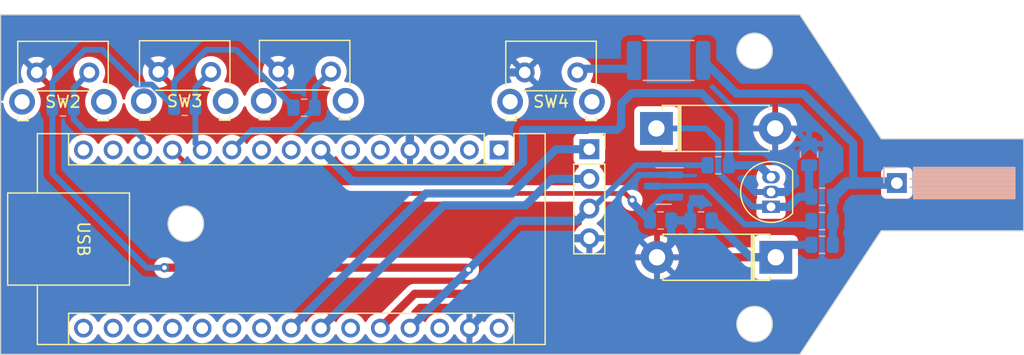
<source format=kicad_pcb>
(kicad_pcb (version 20221018) (generator pcbnew)
  (layers (0 "F.Cu" signal) (31 "B.Cu" signal) (34 "B.Paste" user) (35 "F.Paste" user) (36 "B.SilkS" user "B.Silkscreen") (37 "F.SilkS" user "F.Silkscreen") (38 "B.Mask" user) (39 "F.Mask" user) (44 "Edge.Cuts" user))
  (net 0 "")
  (net 4 "GND")
  (net 7 "MC_REF")
  (net 10 "Key1")
  (net 11 "Key3")
  (net 12 "MC_D9")
  (net 13 "Key2")
  (net 23 "DSP_SDA")
  (net 24 "DSP_SCK")
  (net 26 "MC_A7")
  (net 27 "VCC")
  (net 30 "Net-(D1-K)")
  (net 31 "Net-(Q2-D)")
  (net 32 "SHUNT")
  (net 33 "Net-(R11-Pad1)")
  (footprint "Connector_PinSocket_2.54mm:PinSocket_1x04_P2.54mm_Vertical" (layer "F.Cu") (at 138.8611 102.4897)
    (fp_text reference "J2" hide)
    (fp_text value "SSD1306 128x32" hide)
    (fp_line (start -1.33 1.27) (end -1.33 8.95) (stroke (width 0.12)) (layer "F.SilkS"))
    (fp_line (start -1.33 1.27) (end 1.33 1.27) (stroke (width 0.12)) (layer "F.SilkS"))
    (fp_line (start -1.33 8.95) (end 1.33 8.95) (stroke (width 0.12)) (layer "F.SilkS"))
    (fp_line (start 0 -1.33) (end 1.33 -1.33) (stroke (width 0.12)) (layer "F.SilkS"))
    (fp_line (start 1.33 -1.33) (end 1.33 0) (stroke (width 0.12)) (layer "F.SilkS"))
    (fp_line (start 1.33 1.27) (end 1.33 8.95) (stroke (width 0.12)) (layer "F.SilkS"))
    (pad "1" thru_hole rect (at 0 0) (size 1.7 1.7) (drill 1) (layers "*.Cu" "*.Mask") (net 23 "DSP_SDA"))
    (pad "2" thru_hole oval (at 0 2.54) (size 1.7 1.7) (drill 1) (layers "*.Cu" "*.Mask") (net 24 "DSP_SCK"))
    (pad "3" thru_hole oval (at 0 5.08) (size 1.7 1.7) (drill 1) (layers "*.Cu" "*.Mask") (net 27 "VCC"))
    (pad "4" thru_hole oval (at 0 7.62) (size 1.7 1.7) (drill 1) (layers "*.Cu" "*.Mask") (net 4 "GND"))
  )
  (footprint "Diode_THT:D_5W_P10.16mm_Horizontal" (layer "F.Cu") (at 154.8123 111.7353 180)
    (fp_text reference "D2" hide)
    (fp_text value "5V0" hide)
    (fp_line (start 0.51 -1.97) (end 9.65 -1.97) (stroke (width 0.12)) (layer "F.SilkS"))
    (fp_line (start 0.51 -1.64) (end 0.51 -1.97) (stroke (width 0.12)) (layer "F.SilkS"))
    (fp_line (start 0.51 1.64) (end 0.51 1.97) (stroke (width 0.12)) (layer "F.SilkS"))
    (fp_line (start 0.51 1.97) (end 9.65 1.97) (stroke (width 0.12)) (layer "F.SilkS"))
    (fp_line (start 1.845 -1.97) (end 1.845 1.97) (stroke (width 0.12)) (layer "F.SilkS"))
    (fp_line (start 1.965 -1.97) (end 1.965 1.97) (stroke (width 0.12)) (layer "F.SilkS"))
    (fp_line (start 2.085 -1.97) (end 2.085 1.97) (stroke (width 0.12)) (layer "F.SilkS"))
    (fp_line (start 9.65 -1.97) (end 9.65 -1.64) (stroke (width 0.12)) (layer "F.SilkS"))
    (fp_line (start 9.65 1.97) (end 9.65 1.64) (stroke (width 0.12)) (layer "F.SilkS"))
    (pad "1" thru_hole rect (at 0 0 180) (size 2.8 2.8) (drill 1.4) (layers "*.Cu" "*.Mask") (net 26 "MC_A7"))
    (pad "2" thru_hole oval (at 10.16 0 180) (size 2.8 2.8) (drill 1.4) (layers "*.Cu" "*.Mask") (net 4 "GND"))
  )
  (footprint "Diode_THT:D_5W_P10.16mm_Horizontal" (layer "F.Cu") (at 144.6015 100.7117)
    (fp_text reference "D1" hide)
    (fp_text value "36V0" hide)
    (fp_line (start 0.51 -1.97) (end 9.65 -1.97) (stroke (width 0.12)) (layer "F.SilkS"))
    (fp_line (start 0.51 -1.64) (end 0.51 -1.97) (stroke (width 0.12)) (layer "F.SilkS"))
    (fp_line (start 0.51 1.64) (end 0.51 1.97) (stroke (width 0.12)) (layer "F.SilkS"))
    (fp_line (start 0.51 1.97) (end 9.65 1.97) (stroke (width 0.12)) (layer "F.SilkS"))
    (fp_line (start 1.845 -1.97) (end 1.845 1.97) (stroke (width 0.12)) (layer "F.SilkS"))
    (fp_line (start 1.965 -1.97) (end 1.965 1.97) (stroke (width 0.12)) (layer "F.SilkS"))
    (fp_line (start 2.085 -1.97) (end 2.085 1.97) (stroke (width 0.12)) (layer "F.SilkS"))
    (fp_line (start 9.65 -1.97) (end 9.65 -1.64) (stroke (width 0.12)) (layer "F.SilkS"))
    (fp_line (start 9.65 1.97) (end 9.65 1.64) (stroke (width 0.12)) (layer "F.SilkS"))
    (pad "1" thru_hole rect (at 0 0) (size 2.8 2.8) (drill 1.4) (layers "*.Cu" "*.Mask") (net 30 "Net-(D1-K)"))
    (pad "2" thru_hole oval (at 10.16 0) (size 2.8 2.8) (drill 1.4) (layers "*.Cu" "*.Mask") (net 4 "GND"))
  )
  (footprint "Button_Switch_THT:SW_Tactile_SKHH_Angled" (layer "F.Cu") (at 133.3352 95.921)
    (fp_text reference "SW4" (at 2.25 2.5) (layer "F.SilkS"))
    (fp_text value "Push_Button" hide)
    (fp_line (start -1.62 -2.67) (end -1.62 1.18) (stroke (width 0.12)) (layer "F.SilkS"))
    (fp_line (start -1.62 3.82) (end -1.62 4.12) (stroke (width 0.12)) (layer "F.SilkS"))
    (fp_line (start -0.73 4.12) (end -1.62 4.12) (stroke (width 0.12)) (layer "F.SilkS"))
    (fp_line (start -0.73 4.12) (end -0.73 3.77) (stroke (width 0.12)) (layer "F.SilkS"))
    (fp_line (start -0.24 1.57) (end 4.74 1.57) (stroke (width 0.12)) (layer "F.SilkS"))
    (fp_line (start 5.23 4.12) (end 5.23 3.77) (stroke (width 0.12)) (layer "F.SilkS"))
    (fp_line (start 6.12 -2.67) (end -1.62 -2.67) (stroke (width 0.12)) (layer "F.SilkS"))
    (fp_line (start 6.12 1.18) (end 6.12 -2.67) (stroke (width 0.12)) (layer "F.SilkS"))
    (fp_line (start 6.12 3.82) (end 6.12 4.12) (stroke (width 0.12)) (layer "F.SilkS"))
    (fp_line (start 6.12 4.12) (end 5.23 4.12) (stroke (width 0.12)) (layer "F.SilkS"))
    (pad "" thru_hole circle (at -1.25 2.5 180) (size 2.2 2.2) (drill 1.3) (layers "*.Cu" "*.Mask"))
    (pad "" thru_hole circle (at 5.75 2.5 180) (size 2.2 2.2) (drill 1.3) (layers "*.Cu" "*.Mask"))
    (pad "1" thru_hole circle (at 0 0 180) (size 1.7 1.7) (drill 1) (layers "*.Cu" "*.Mask") (net 4 "GND"))
    (pad "2" thru_hole circle (at 4.5 0 180) (size 1.7 1.7) (drill 1) (layers "*.Cu" "*.Mask") (net 33 "Net-(R11-Pad1)"))
  )
  (footprint "Button_Switch_THT:SW_Tactile_SKHH_Angled" (layer "F.Cu") (at 112.2584 95.8488)
    (fp_text reference "SW1" hide)
    (fp_text value "Push_Button" hide)
    (fp_line (start -1.62 -2.67) (end -1.62 1.18) (stroke (width 0.12)) (layer "F.SilkS"))
    (fp_line (start -1.62 3.82) (end -1.62 4.12) (stroke (width 0.12)) (layer "F.SilkS"))
    (fp_line (start -0.73 4.12) (end -1.62 4.12) (stroke (width 0.12)) (layer "F.SilkS"))
    (fp_line (start -0.73 4.12) (end -0.73 3.77) (stroke (width 0.12)) (layer "F.SilkS"))
    (fp_line (start -0.24 1.57) (end 4.74 1.57) (stroke (width 0.12)) (layer "F.SilkS"))
    (fp_line (start 5.23 4.12) (end 5.23 3.77) (stroke (width 0.12)) (layer "F.SilkS"))
    (fp_line (start 6.12 -2.67) (end -1.62 -2.67) (stroke (width 0.12)) (layer "F.SilkS"))
    (fp_line (start 6.12 1.18) (end 6.12 -2.67) (stroke (width 0.12)) (layer "F.SilkS"))
    (fp_line (start 6.12 3.82) (end 6.12 4.12) (stroke (width 0.12)) (layer "F.SilkS"))
    (fp_line (start 6.12 4.12) (end 5.23 4.12) (stroke (width 0.12)) (layer "F.SilkS"))
    (pad "" thru_hole circle (at -1.25 2.5 180) (size 2.2 2.2) (drill 1.3) (layers "*.Cu" "*.Mask"))
    (pad "" thru_hole circle (at 5.75 2.5 180) (size 2.2 2.2) (drill 1.3) (layers "*.Cu" "*.Mask"))
    (pad "1" thru_hole circle (at 0 0 180) (size 1.7 1.7) (drill 1) (layers "*.Cu" "*.Mask") (net 4 "GND"))
    (pad "2" thru_hole circle (at 4.5 0 180) (size 1.7 1.7) (drill 1) (layers "*.Cu" "*.Mask") (net 10 "Key1"))
  )
  (footprint "Package_TO_SOT_THT:TO-92_Inline" (layer "F.Cu") (at 154.4059 107.4173 90)
    (fp_text reference "U2" hide)
    (fp_text value "TL431LP" hide)
    (fp_line (start -0.53 1.85) (end 3.07 1.85) (stroke (width 0.12)) (layer "F.SilkS"))
    (fp_arc (start -0.568478 1.838478) (mid -1.132087 -0.994977) (end 1.27 -2.6) (stroke (width 0.12)) (layer "F.SilkS"))
    (fp_arc (start 1.27 -2.6) (mid 3.672087 -0.994977) (end 3.108478 1.838478) (stroke (width 0.12)) (layer "F.SilkS"))
    (pad "1" thru_hole rect (at 0 0 90) (size 1.05 1.5) (drill 0.75) (layers "*.Cu" "*.Mask") (net 30 "Net-(D1-K)"))
    (pad "2" thru_hole oval (at 1.27 0 90) (size 1.05 1.5) (drill 0.75) (layers "*.Cu" "*.Mask") (net 4 "GND"))
    (pad "3" thru_hole oval (at 2.54 0 90) (size 1.05 1.5) (drill 0.75) (layers "*.Cu" "*.Mask") (net 7 "MC_REF"))
  )
  (footprint "Button_Switch_THT:SW_Tactile_SKHH_Angled" (layer "F.Cu") (at 91.5828 95.929)
    (fp_text reference "SW2" (at 2.25 2.5) (layer "F.SilkS"))
    (fp_text value "Push_Button" hide)
    (fp_line (start -1.62 -2.67) (end -1.62 1.18) (stroke (width 0.12)) (layer "F.SilkS"))
    (fp_line (start -1.62 3.82) (end -1.62 4.12) (stroke (width 0.12)) (layer "F.SilkS"))
    (fp_line (start -0.73 4.12) (end -1.62 4.12) (stroke (width 0.12)) (layer "F.SilkS"))
    (fp_line (start -0.73 4.12) (end -0.73 3.77) (stroke (width 0.12)) (layer "F.SilkS"))
    (fp_line (start -0.24 1.57) (end 4.74 1.57) (stroke (width 0.12)) (layer "F.SilkS"))
    (fp_line (start 5.23 4.12) (end 5.23 3.77) (stroke (width 0.12)) (layer "F.SilkS"))
    (fp_line (start 6.12 -2.67) (end -1.62 -2.67) (stroke (width 0.12)) (layer "F.SilkS"))
    (fp_line (start 6.12 1.18) (end 6.12 -2.67) (stroke (width 0.12)) (layer "F.SilkS"))
    (fp_line (start 6.12 3.82) (end 6.12 4.12) (stroke (width 0.12)) (layer "F.SilkS"))
    (fp_line (start 6.12 4.12) (end 5.23 4.12) (stroke (width 0.12)) (layer "F.SilkS"))
    (pad "" thru_hole circle (at -1.25 2.5 180) (size 2.2 2.2) (drill 1.3) (layers "*.Cu" "*.Mask"))
    (pad "" thru_hole circle (at 5.75 2.5 180) (size 2.2 2.2) (drill 1.3) (layers "*.Cu" "*.Mask"))
    (pad "1" thru_hole circle (at 0 0 180) (size 1.7 1.7) (drill 1) (layers "*.Cu" "*.Mask") (net 4 "GND"))
    (pad "2" thru_hole circle (at 4.5 0 180) (size 1.7 1.7) (drill 1) (layers "*.Cu" "*.Mask") (net 13 "Key2"))
  )
  (footprint "Module:Arduino_Nano" (layer "F.Cu") (at 131.1406 102.5552 -90)
    (fp_text reference "A1" hide)
    (fp_text value "Arduino_Nano_Every")
    (fp_text user "USB" (at 7.62 35.56 -90 unlocked) (layer "F.SilkS"))
    (fp_line (start -1.4 -3.94) (end -1.4 -1.27) (stroke (width 0.12)) (layer "F.SilkS"))
    (fp_line (start -1.4 1.27) (end -1.4 39.5) (stroke (width 0.12)) (layer "F.SilkS"))
    (fp_line (start -1.4 39.5) (end 3.68 39.5) (stroke (width 0.12)) (layer "F.SilkS"))
    (fp_line (start 1.27 -1.27) (end -1.4 -1.27) (stroke (width 0.12)) (layer "F.SilkS"))
    (fp_line (start 1.27 1.27) (end -1.4 1.27) (stroke (width 0.12)) (layer "F.SilkS"))
    (fp_line (start 1.27 1.27) (end 1.27 -1.27) (stroke (width 0.12)) (layer "F.SilkS"))
    (fp_line (start 1.27 1.27) (end 1.27 36.83) (stroke (width 0.12)) (layer "F.SilkS"))
    (fp_line (start 1.27 36.83) (end -1.4 36.83) (stroke (width 0.12)) (layer "F.SilkS"))
    (fp_line (start 3.68 31.62) (end 11.56 31.62) (stroke (width 0.12)) (layer "F.SilkS"))
    (fp_line (start 3.68 42.04) (end 3.68 31.62) (stroke (width 0.12)) (layer "F.SilkS"))
    (fp_line (start 11.56 31.62) (end 11.56 42.04) (stroke (width 0.12)) (layer "F.SilkS"))
    (fp_line (start 11.56 42.04) (end 3.68 42.04) (stroke (width 0.12)) (layer "F.SilkS"))
    (fp_line (start 13.97 -1.27) (end 13.97 36.83) (stroke (width 0.12)) (layer "F.SilkS"))
    (fp_line (start 13.97 -1.27) (end 16.64 -1.27) (stroke (width 0.12)) (layer "F.SilkS"))
    (fp_line (start 13.97 36.83) (end 16.64 36.83) (stroke (width 0.12)) (layer "F.SilkS"))
    (fp_line (start 16.64 -3.94) (end -1.4 -3.94) (stroke (width 0.12)) (layer "F.SilkS"))
    (fp_line (start 16.64 39.5) (end 11.56 39.5) (stroke (width 0.12)) (layer "F.SilkS"))
    (fp_line (start 16.64 39.5) (end 16.64 -3.94) (stroke (width 0.12)) (layer "F.SilkS"))
    (pad "1" thru_hole rect (at 0 0 270) (size 1.6 1.6) (drill 1) (layers "*.Cu" "*.Mask"))
    (pad "2" thru_hole oval (at 0 2.54 270) (size 1.6 1.6) (drill 1) (layers "*.Cu" "*.Mask"))
    (pad "3" thru_hole oval (at 0 5.08 270) (size 1.6 1.6) (drill 1) (layers "*.Cu" "*.Mask"))
    (pad "4" thru_hole oval (at 0 7.62 270) (size 1.6 1.6) (drill 1) (layers "*.Cu" "*.Mask") (net 4 "GND"))
    (pad "5" thru_hole oval (at 0 10.16 270) (size 1.6 1.6) (drill 1) (layers "*.Cu" "*.Mask"))
    (pad "6" thru_hole oval (at 0 12.7 270) (size 1.6 1.6) (drill 1) (layers "*.Cu" "*.Mask"))
    (pad "7" thru_hole oval (at 0 15.24 270) (size 1.6 1.6) (drill 1) (layers "*.Cu" "*.Mask") (net 7 "MC_REF"))
    (pad "8" thru_hole oval (at 0 17.78 270) (size 1.6 1.6) (drill 1) (layers "*.Cu" "*.Mask"))
    (pad "9" thru_hole oval (at 0 20.32 270) (size 1.6 1.6) (drill 1) (layers "*.Cu" "*.Mask"))
    (pad "10" thru_hole oval (at 0 22.86 270) (size 1.6 1.6) (drill 1) (layers "*.Cu" "*.Mask") (net 10 "Key1"))
    (pad "11" thru_hole oval (at 0 25.4 270) (size 1.6 1.6) (drill 1) (layers "*.Cu" "*.Mask") (net 11 "Key3"))
    (pad "12" thru_hole oval (at 0 27.94 270) (size 1.6 1.6) (drill 1) (layers "*.Cu" "*.Mask") (net 12 "MC_D9"))
    (pad "13" thru_hole oval (at 0 30.48 270) (size 1.6 1.6) (drill 1) (layers "*.Cu" "*.Mask") (net 13 "Key2"))
    (pad "14" thru_hole oval (at 0 33.02 270) (size 1.6 1.6) (drill 1) (layers "*.Cu" "*.Mask"))
    (pad "15" thru_hole oval (at 0 35.56 270) (size 1.6 1.6) (drill 1) (layers "*.Cu" "*.Mask"))
    (pad "16" thru_hole oval (at 15.24 35.56 270) (size 1.6 1.6) (drill 1) (layers "*.Cu" "*.Mask"))
    (pad "17" thru_hole oval (at 15.24 33.02 270) (size 1.6 1.6) (drill 1) (layers "*.Cu" "*.Mask"))
    (pad "18" thru_hole oval (at 15.24 30.48 270) (size 1.6 1.6) (drill 1) (layers "*.Cu" "*.Mask"))
    (pad "19" thru_hole oval (at 15.24 27.94 270) (size 1.6 1.6) (drill 1) (layers "*.Cu" "*.Mask"))
    (pad "20" thru_hole oval (at 15.24 25.4 270) (size 1.6 1.6) (drill 1) (layers "*.Cu" "*.Mask"))
    (pad "21" thru_hole oval (at 15.24 22.86 270) (size 1.6 1.6) (drill 1) (layers "*.Cu" "*.Mask"))
    (pad "22" thru_hole oval (at 15.24 20.32 270) (size 1.6 1.6) (drill 1) (layers "*.Cu" "*.Mask"))
    (pad "23" thru_hole oval (at 15.24 17.78 270) (size 1.6 1.6) (drill 1) (layers "*.Cu" "*.Mask") (net 23 "DSP_SDA"))
    (pad "24" thru_hole oval (at 15.24 15.24 270) (size 1.6 1.6) (drill 1) (layers "*.Cu" "*.Mask") (net 24 "DSP_SCK"))
    (pad "25" thru_hole oval (at 15.24 12.7 270) (size 1.6 1.6) (drill 1) (layers "*.Cu" "*.Mask"))
    (pad "26" thru_hole oval (at 15.24 10.16 270) (size 1.6 1.6) (drill 1) (layers "*.Cu" "*.Mask") (net 26 "MC_A7"))
    (pad "27" thru_hole oval (at 15.24 7.62 270) (size 1.6 1.6) (drill 1) (layers "*.Cu" "*.Mask") (net 27 "VCC"))
    (pad "28" thru_hole oval (at 15.24 5.08 270) (size 1.6 1.6) (drill 1) (layers "*.Cu" "*.Mask"))
    (pad "29" thru_hole oval (at 15.24 2.54 270) (size 1.6 1.6) (drill 1) (layers "*.Cu" "*.Mask") (net 4 "GND"))
    (pad "30" thru_hole oval (at 15.24 0 270) (size 1.6 1.6) (drill 1) (layers "*.Cu" "*.Mask"))
  )
  (footprint "Button_Switch_THT:SW_Tactile_SKHH_Angled" (layer "F.Cu") (at 101.9968 95.8782)
    (fp_text reference "SW3" (at 2.25 2.5) (layer "F.SilkS"))
    (fp_text value "Push_Button" hide)
    (fp_line (start -1.62 -2.67) (end -1.62 1.18) (stroke (width 0.12)) (layer "F.SilkS"))
    (fp_line (start -1.62 3.82) (end -1.62 4.12) (stroke (width 0.12)) (layer "F.SilkS"))
    (fp_line (start -0.73 4.12) (end -1.62 4.12) (stroke (width 0.12)) (layer "F.SilkS"))
    (fp_line (start -0.73 4.12) (end -0.73 3.77) (stroke (width 0.12)) (layer "F.SilkS"))
    (fp_line (start -0.24 1.57) (end 4.74 1.57) (stroke (width 0.12)) (layer "F.SilkS"))
    (fp_line (start 5.23 4.12) (end 5.23 3.77) (stroke (width 0.12)) (layer "F.SilkS"))
    (fp_line (start 6.12 -2.67) (end -1.62 -2.67) (stroke (width 0.12)) (layer "F.SilkS"))
    (fp_line (start 6.12 1.18) (end 6.12 -2.67) (stroke (width 0.12)) (layer "F.SilkS"))
    (fp_line (start 6.12 3.82) (end 6.12 4.12) (stroke (width 0.12)) (layer "F.SilkS"))
    (fp_line (start 6.12 4.12) (end 5.23 4.12) (stroke (width 0.12)) (layer "F.SilkS"))
    (pad "" thru_hole circle (at -1.25 2.5 180) (size 2.2 2.2) (drill 1.3) (layers "*.Cu" "*.Mask"))
    (pad "" thru_hole circle (at 5.75 2.5 180) (size 2.2 2.2) (drill 1.3) (layers "*.Cu" "*.Mask"))
    (pad "1" thru_hole circle (at 0 0 180) (size 1.7 1.7) (drill 1) (layers "*.Cu" "*.Mask") (net 4 "GND"))
    (pad "2" thru_hole circle (at 4.5 0 180) (size 1.7 1.7) (drill 1) (layers "*.Cu" "*.Mask") (net 11 "Key3"))
  )
  (footprint "Package_TO_SOT_SMD:SOT-23" (layer "B.Cu") (at 145.2111 105.6393 180)
    (fp_text reference "Q2" hide)
    (fp_text value "2N7000" hide)
    (fp_line (start 0 -1.56) (end -0.65 -1.56) (stroke (width 0.12)) (layer "B.SilkS"))
    (fp_line (start 0 -1.56) (end 0.65 -1.56) (stroke (width 0.12)) (layer "B.SilkS"))
    (fp_line (start 0 1.56) (end -1.675 1.56) (stroke (width 0.12)) (layer "B.SilkS"))
    (fp_line (start 0 1.56) (end 0.65 1.56) (stroke (width 0.12)) (layer "B.SilkS"))
    (pad "1" smd roundrect (at -0.9375 0.95 180) (size 1.475 0.6) (layers "B.Cu" "B.Paste" "B.Mask") (net 4 "GND"))
    (pad "2" smd roundrect (at -0.9375 -0.95 180) (size 1.475 0.6) (layers "B.Cu" "B.Paste" "B.Mask") (net 12 "MC_D9"))
    (pad "3" smd roundrect (at 0.9375 0 180) (size 1.475 0.6) (layers "B.Cu" "B.Paste" "B.Mask") (net 31 "Net-(Q2-D)"))
  )
  (footprint "Connector_PinSocket_2.54mm:PinSocket_1x01_P2.54mm_Horizontal" (layer "B.Cu") (at 165.1704 105.385 180)
    (fp_text reference "J1" hide)
    (fp_text value "Conn_01x01_Pin" hide)
    (fp_line (start -10.09 -1.33) (end -1.46 -1.33) (stroke (width 0.12)) (layer "B.SilkS"))
    (fp_line (start -10.09 -1.214555) (end -1.46 -1.214555) (stroke (width 0.12)) (layer "B.SilkS"))
    (fp_line (start -10.09 -1.0991) (end -1.46 -1.0991) (stroke (width 0.12)) (layer "B.SilkS"))
    (fp_line (start -10.09 -0.983645) (end -1.46 -0.983645) (stroke (width 0.12)) (layer "B.SilkS"))
    (fp_line (start -10.09 -0.86819) (end -1.46 -0.86819) (stroke (width 0.12)) (layer "B.SilkS"))
    (fp_line (start -10.09 -0.752735) (end -1.46 -0.752735) (stroke (width 0.12)) (layer "B.SilkS"))
    (fp_line (start -10.09 -0.63728) (end -1.46 -0.63728) (stroke (width 0.12)) (layer "B.SilkS"))
    (fp_line (start -10.09 -0.521825) (end -1.46 -0.521825) (stroke (width 0.12)) (layer "B.SilkS"))
    (fp_line (start -10.09 -0.40637) (end -1.46 -0.40637) (stroke (width 0.12)) (layer "B.SilkS"))
    (fp_line (start -10.09 -0.290915) (end -1.46 -0.290915) (stroke (width 0.12)) (layer "B.SilkS"))
    (fp_line (start -10.09 -0.17546) (end -1.46 -0.17546) (stroke (width 0.12)) (layer "B.SilkS"))
    (fp_line (start -10.09 -0.060005) (end -1.46 -0.060005) (stroke (width 0.12)) (layer "B.SilkS"))
    (fp_line (start -10.09 0.05545) (end -1.46 0.05545) (stroke (width 0.12)) (layer "B.SilkS"))
    (fp_line (start -10.09 0.170905) (end -1.46 0.170905) (stroke (width 0.12)) (layer "B.SilkS"))
    (fp_line (start -10.09 0.28636) (end -1.46 0.28636) (stroke (width 0.12)) (layer "B.SilkS"))
    (fp_line (start -10.09 0.401815) (end -1.46 0.401815) (stroke (width 0.12)) (layer "B.SilkS"))
    (fp_line (start -10.09 0.51727) (end -1.46 0.51727) (stroke (width 0.12)) (layer "B.SilkS"))
    (fp_line (start -10.09 0.632725) (end -1.46 0.632725) (stroke (width 0.12)) (layer "B.SilkS"))
    (fp_line (start -10.09 0.74818) (end -1.46 0.74818) (stroke (width 0.12)) (layer "B.SilkS"))
    (fp_line (start -10.09 0.863635) (end -1.46 0.863635) (stroke (width 0.12)) (layer "B.SilkS"))
    (fp_line (start -10.09 0.97909) (end -1.46 0.97909) (stroke (width 0.12)) (layer "B.SilkS"))
    (fp_line (start -10.09 1.094545) (end -1.46 1.094545) (stroke (width 0.12)) (layer "B.SilkS"))
    (fp_line (start -10.09 1.21) (end -1.46 1.21) (stroke (width 0.12)) (layer "B.SilkS"))
    (fp_line (start -10.09 1.33) (end -10.09 -1.33) (stroke (width 0.12)) (layer "B.SilkS"))
    (fp_line (start -10.09 1.33) (end -1.46 1.33) (stroke (width 0.12)) (layer "B.SilkS"))
    (fp_line (start -1.46 -0.36) (end -1.11 -0.36) (stroke (width 0.12)) (layer "B.SilkS"))
    (fp_line (start -1.46 0.36) (end -1.11 0.36) (stroke (width 0.12)) (layer "B.SilkS"))
    (fp_line (start -1.46 1.33) (end -1.46 -1.33) (stroke (width 0.12)) (layer "B.SilkS"))
    (fp_line (start 0 1.33) (end 1.11 1.33) (stroke (width 0.12)) (layer "B.SilkS"))
    (fp_line (start 1.11 1.33) (end 1.11 0) (stroke (width 0.12)) (layer "B.SilkS"))
    (pad "1" thru_hole rect (at 0 0 180) (size 1.7 1.7) (drill 1) (layers "*.Cu" "*.Mask") (net 32 "SHUNT"))
  )
  (footprint "Resistor_SMD:R_2512_6332Metric" (layer "B.Cu") (at 145.6436 94.8944)
    (fp_text reference "R11" hide)
    (fp_text value "100")
    (fp_line (start -2.177064 -1.71) (end 2.177064 -1.71) (stroke (width 0.12)) (layer "B.SilkS"))
    (fp_line (start -2.177064 1.71) (end 2.177064 1.71) (stroke (width 0.12)) (layer "B.SilkS"))
    (pad "1" smd roundrect (at -2.9625 0) (size 1.225 3.35) (layers "B.Cu" "B.Paste" "B.Mask") (roundrect_rratio 0.204082) (net 33 "Net-(R11-Pad1)"))
    (pad "2" smd roundrect (at 2.9625 0) (size 1.225 3.35) (layers "B.Cu" "B.Paste" "B.Mask") (roundrect_rratio 0.204082) (net 32 "SHUNT"))
  )
  (footprint "Resistor_SMD:R_0805_2012Metric" (layer "B.Cu") (at 148.4134 108.5857)
    (fp_text reference "R5" hide)
    (fp_text value "10K" hide)
    (fp_line (start -0.227064 -0.735) (end 0.227064 -0.735) (stroke (width 0.12)) (layer "B.SilkS"))
    (fp_line (start -0.227064 0.735) (end 0.227064 0.735) (stroke (width 0.12)) (layer "B.SilkS"))
    (pad "1" smd roundrect (at -0.9125 0) (size 1.025 1.4) (layers "B.Cu" "B.Paste" "B.Mask") (roundrect_rratio 0.243902) (net 4 "GND"))
    (pad "2" smd roundrect (at 0.9125 0) (size 1.025 1.4) (layers "B.Cu" "B.Paste" "B.Mask") (roundrect_rratio 0.243902) (net 26 "MC_A7"))
  )
  (footprint "Resistor_SMD:R_0805_2012Metric" (layer "B.Cu") (at 158.7766 110.6685)
    (fp_text reference "R6" hide)
    (fp_text value "100K" hide)
    (fp_line (start -0.227064 -0.735) (end 0.227064 -0.735) (stroke (width 0.12)) (layer "B.SilkS"))
    (fp_line (start -0.227064 0.735) (end 0.227064 0.735) (stroke (width 0.12)) (layer "B.SilkS"))
    (pad "1" smd roundrect (at -0.9125 0) (size 1.025 1.4) (layers "B.Cu" "B.Paste" "B.Mask") (roundrect_rratio 0.243902) (net 26 "MC_A7"))
    (pad "2" smd roundrect (at 0.9125 0) (size 1.025 1.4) (layers "B.Cu" "B.Paste" "B.Mask") (roundrect_rratio 0.243902) (net 32 "SHUNT"))
  )
  (footprint "Resistor_SMD:R_0805_2012Metric" (layer "B.Cu") (at 158.7766 108.6365)
    (fp_text reference "R1" hide)
    (fp_text value "100" hide)
    (fp_line (start -0.227064 -0.735) (end 0.227064 -0.735) (stroke (width 0.12)) (layer "B.SilkS"))
    (fp_line (start -0.227064 0.735) (end 0.227064 0.735) (stroke (width 0.12)) (layer "B.SilkS"))
    (pad "1" smd roundrect (at -0.9125 0) (size 1.025 1.4) (layers "B.Cu" "B.Paste" "B.Mask") (roundrect_rratio 0.243902) (net 31 "Net-(Q2-D)"))
    (pad "2" smd roundrect (at 0.9125 0) (size 1.025 1.4) (layers "B.Cu" "B.Paste" "B.Mask") (roundrect_rratio 0.243902) (net 32 "SHUNT"))
  )
  (footprint "Resistor_SMD:R_0805_2012Metric" (layer "B.Cu") (at 158.7766 106.5537)
    (fp_text reference "R2" hide)
    (fp_text value "5k" hide)
    (fp_line (start -0.227064 -0.735) (end 0.227064 -0.735) (stroke (width 0.12)) (layer "B.SilkS"))
    (fp_line (start -0.227064 0.735) (end 0.227064 0.735) (stroke (width 0.12)) (layer "B.SilkS"))
    (pad "1" smd roundrect (at -0.9125 0) (size 1.025 1.4) (layers "B.Cu" "B.Paste" "B.Mask") (roundrect_rratio 0.243902) (net 30 "Net-(D1-K)"))
    (pad "2" smd roundrect (at 0.9125 0) (size 1.025 1.4) (layers "B.Cu" "B.Paste" "B.Mask") (roundrect_rratio 0.243902) (net 32 "SHUNT"))
  )
  (footprint "Resistor_SMD:R_0805_2012Metric" (layer "B.Cu") (at 93.8347 98.9156)
    (fp_text reference "R9" hide)
    (fp_text value "10K" hide)
    (fp_line (start -0.227064 -0.735) (end 0.227064 -0.735) (stroke (width 0.12)) (layer "B.SilkS"))
    (fp_line (start -0.227064 0.735) (end 0.227064 0.735) (stroke (width 0.12)) (layer "B.SilkS"))
    (pad "1" smd roundrect (at -0.9125 0) (size 1.025 1.4) (layers "B.Cu" "B.Paste" "B.Mask") (roundrect_rratio 0.243902) (net 27 "VCC"))
    (pad "2" smd roundrect (at 0.9125 0) (size 1.025 1.4) (layers "B.Cu" "B.Paste" "B.Mask") (roundrect_rratio 0.243902) (net 13 "Key2"))
  )
  (footprint "Resistor_SMD:R_0805_2012Metric" (layer "B.Cu") (at 149.8866 103.8613)
    (fp_text reference "R7" hide)
    (fp_text value "10K" hide)
    (fp_line (start -0.227064 -0.735) (end 0.227064 -0.735) (stroke (width 0.12)) (layer "B.SilkS"))
    (fp_line (start -0.227064 0.735) (end 0.227064 0.735) (stroke (width 0.12)) (layer "B.SilkS"))
    (pad "1" smd roundrect (at -0.9125 0) (size 1.025 1.4) (layers "B.Cu" "B.Paste" "B.Mask") (roundrect_rratio 0.243902) (net 27 "VCC"))
    (pad "2" smd roundrect (at 0.9125 0) (size 1.025 1.4) (layers "B.Cu" "B.Paste" "B.Mask") (roundrect_rratio 0.243902) (net 7 "MC_REF"))
  )
  (footprint "Resistor_SMD:R_0805_2012Metric" (layer "B.Cu") (at 114.4576 98.937)
    (fp_text reference "R8" hide)
    (fp_text value "10K" hide)
    (fp_line (start -0.227064 -0.735) (end 0.227064 -0.735) (stroke (width 0.12)) (layer "B.SilkS"))
    (fp_line (start -0.227064 0.735) (end 0.227064 0.735) (stroke (width 0.12)) (layer "B.SilkS"))
    (pad "1" smd roundrect (at -0.9125 0) (size 1.025 1.4) (layers "B.Cu" "B.Paste" "B.Mask") (roundrect_rratio 0.243902) (net 27 "VCC"))
    (pad "2" smd roundrect (at 0.9125 0) (size 1.025 1.4) (layers "B.Cu" "B.Paste" "B.Mask") (roundrect_rratio 0.243902) (net 10 "Key1"))
  )
  (footprint "Resistor_SMD:R_0805_2012Metric" (layer "B.Cu") (at 157.6571 102.945 -90)
    (fp_text reference "R3" hide)
    (fp_text value "100K" hide)
    (fp_line (start -0.227064 -0.735) (end 0.227064 -0.735) (stroke (width 0.12)) (layer "B.SilkS"))
    (fp_line (start -0.227064 0.735) (end 0.227064 0.735) (stroke (width 0.12)) (layer "B.SilkS"))
    (pad "1" smd roundrect (at -0.9125 0 270) (size 1.025 1.4) (layers "B.Cu" "B.Paste" "B.Mask") (roundrect_rratio 0.243902) (net 4 "GND"))
    (pad "2" smd roundrect (at 0.9125 0 270) (size 1.025 1.4) (layers "B.Cu" "B.Paste" "B.Mask") (roundrect_rratio 0.243902) (net 30 "Net-(D1-K)"))
  )
  (footprint "Resistor_SMD:R_0805_2012Metric" (layer "B.Cu") (at 104.2487 98.8648)
    (fp_text reference "R10" hide)
    (fp_text value "10K" hide)
    (fp_line (start -0.227064 -0.735) (end 0.227064 -0.735) (stroke (width 0.12)) (layer "B.SilkS"))
    (fp_line (start -0.227064 0.735) (end 0.227064 0.735) (stroke (width 0.12)) (layer "B.SilkS"))
    (pad "1" smd roundrect (at -0.9125 0) (size 1.025 1.4) (layers "B.Cu" "B.Paste" "B.Mask") (roundrect_rratio 0.243902) (net 27 "VCC"))
    (pad "2" smd roundrect (at 0.9125 0) (size 1.025 1.4) (layers "B.Cu" "B.Paste" "B.Mask") (roundrect_rratio 0.243902) (net 11 "Key3"))
  )
  (footprint "Resistor_SMD:R_0805_2012Metric" (layer "B.Cu") (at 144.959 108.5857)
    (fp_text reference "R4" hide)
    (fp_text value "50K" hide)
    (fp_line (start -0.227064 -0.735) (end 0.227064 -0.735) (stroke (width 0.12)) (layer "B.SilkS"))
    (fp_line (start -0.227064 0.735) (end 0.227064 0.735) (stroke (width 0.12)) (layer "B.SilkS"))
    (pad "1" smd roundrect (at -0.9125 0) (size 1.025 1.4) (layers "B.Cu" "B.Paste" "B.Mask") (roundrect_rratio 0.243902) (net 12 "MC_D9"))
    (pad "2" smd roundrect (at 0.9125 0) (size 1.025 1.4) (layers "B.Cu" "B.Paste" "B.Mask") (roundrect_rratio 0.243902) (net 4 "GND"))
  )
  (gr_circle (center 153 94.0816) (end 154.522306 94.0816) (stroke (width 0.1)) (fill none) (layer "Edge.Cuts"))
  (gr_circle (center 104.3432 108.8644) (end 105.7148 109.5248) (stroke (width 0.1)) (fill none) (layer "Edge.Cuts"))
  (gr_line (start 156.8704 120.0404) (end 88.4936 120.0404) (stroke (width 0.1)) (layer "Edge.Cuts"))
  (gr_line (start 176.022 101.6) (end 163.83 101.6) (stroke (width 0.1)) (layer "Edge.Cuts"))
  (gr_line (start 88.4936 120.0404) (end 88.4936 91.0336) (stroke (width 0.1)) (layer "Edge.Cuts"))
  (gr_line (start 163.83 101.6) (end 156.8704 90.9828) (stroke (width 0.1)) (layer "Edge.Cuts"))
  (gr_line (start 88.4936 90.9828) (end 156.8704 90.9828) (stroke (width 0.1)) (layer "Edge.Cuts"))
  (gr_line (start 156.8704 120.0404) (end 163.83 109.474) (stroke (width 0.1)) (layer "Edge.Cuts"))
  (gr_circle (center 153 117.4496) (end 154.522306 117.4496) (stroke (width 0.1)) (fill none) (layer "Edge.Cuts"))
  (gr_line (start 176.022 109.474) (end 176.022 101.6) (stroke (width 0.1)) (layer "Edge.Cuts"))
  (gr_line (start 163.83 109.474) (end 176.022 109.474) (stroke (width 0.1)) (layer "Edge.Cuts"))
  (segment (start 123.5206 102.5552) (end 123.5206 98.6278) (width 0.7) (layer "B.Cu") (net 4))
  (segment (start 156.2855 103.4041) (end 156.2855 105.5377) (width 0.7) (layer "B.Cu") (net 4))
  (segment (start 145.8715 110.5161) (end 145.8715 108.5857) (width 0.7) (layer "B.Cu") (net 4))
  (segment (start 144.6523 111.7353) (end 141.3503 108.4333) (width 0.5) (layer "B.Cu") (net 4))
  (segment (start 156.2855 105.5377) (end 155.6759 106.1473) (width 0.7) (layer "B.Cu") (net 4))
  (segment (start 157.6571 102.0325) (end 156.2855 103.4041) (width 0.7) (layer "B.Cu") (net 4))
  (segment (start 157.4539 114.1737) (end 147.0907 114.1737) (width 0.5) (layer "B.Cu") (net 4))
  (segment (start 123.5206 98.6278) (end 126.2274 95.921) (width 0.7) (layer "B.Cu") (net 4))
  (segment (start 136.2861 110.1097) (end 138.8611 110.1097) (width 0.7) (layer "B.Cu") (net 4))
  (segment (start 145.8715 108.5857) (end 147.5009 108.5857) (width 0.7) (layer "B.Cu") (net 4))
  (segment (start 144.6523 111.7353) (end 145.8715 110.5161) (width 0.7) (layer "B.Cu") (net 4))
  (segment (start 158.75 103.1254) (end 158.75 112.8776) (width 0.5) (layer "B.Cu") (net 4))
  (segment (start 138.8611 110.1097) (end 143.0267 110.1097) (width 0.5) (layer "B.Cu") (net 4))
  (segment (start 94.8526 92.6592) (end 98.7778 92.6592) (width 0.7) (layer "B.Cu") (net 4))
  (segment (start 123.4948 102.5294) (end 123.5206 102.5552) (width 0.7) (layer "B.Cu") (net 4))
  (segment (start 105.1142 92.7608) (end 109.1704 92.7608) (width 0.7) (layer "B.Cu") (net 4))
  (segment (start 113.924 94.1832) (end 119.0752 94.1832) (width 0.7) (layer "B.Cu") (net 4))
  (segment (start 156.3363 100.7117) (end 158.75 103.1254) (width 0.5) (layer "B.Cu") (net 4))
  (segment (start 158.75 112.8776) (end 157.4539 114.1737) (width 0.5) (layer "B.Cu") (net 4))
  (segment (start 112.2584 95.8488) (end 113.924 94.1832) (width 0.7) (layer "B.Cu") (net 4))
  (segment (start 109.1704 92.7608) (end 112.2584 95.8488) (width 0.7) (layer "B.Cu") (net 4))
  (segment (start 155.6759 106.1473) (end 154.4059 106.1473) (width 0.7) (layer "B.Cu") (net 4))
  (segment (start 101.9968 95.8782) (end 105.1142 92.7608) (width 0.7) (layer "B.Cu") (net 4))
  (segment (start 143.0623 104.6893) (end 146.1486 104.6893) (width 0.5) (layer "B.Cu") (net 4))
  (segment (start 123.4948 98.6028) (end 123.4948 102.5294) (width 0.7) (layer "B.Cu") (net 4))
  (segment (start 119.0752 94.1832) (end 123.4948 98.6028) (width 0.7) (layer "B.Cu") (net 4))
  (segment (start 91.5828 95.929) (end 94.8526 92.6592) (width 0.7) (layer "B.Cu") (net 4))
  (segment (start 126.2274 95.921) (end 133.3352 95.921) (width 0.7) (layer "B.Cu") (net 4))
  (segment (start 98.7778 92.6592) (end 101.9968 95.8782) (width 0.7) (layer "B.Cu") (net 4))
  (segment (start 154.7615 100.7117) (end 156.3363 100.7117) (width 0.5) (layer "B.Cu") (net 4))
  (segment (start 141.3503 108.4333) (end 141.3503 106.4013) (width 0.5) (layer "B.Cu") (net 4))
  (segment (start 141.3503 106.4013) (end 143.0623 104.6893) (width 0.5) (layer "B.Cu") (net 4))
  (segment (start 147.0907 114.1737) (end 144.6523 111.7353) (width 0.5) (layer "B.Cu") (net 4))
  (segment (start 128.6006 117.7952) (end 136.2861 110.1097) (width 0.7) (layer "B.Cu") (net 4))
  (segment (start 115.9006 102.5552) (end 118.5522 105.2068) (width 0.7) (layer "B.Cu") (net 7))
  (segment (start 133.1976 100.838) (end 141.224 100.838) (width 0.7) (layer "B.Cu") (net 7))
  (segment (start 148.4376 97.6884) (end 150.7991 100.0499) (width 0.7) (layer "B.Cu") (net 7))
  (segment (start 133.1976 103.5812) (end 133.1976 100.838) (width 0.7) (layer "B.Cu") (net 7))
  (segment (start 150.7991 100.0499) (end 150.7991 103.8613) (width 0.7) (layer "B.Cu") (net 7))
  (segment (start 118.5522 105.2068) (end 131.572 105.2068) (width 0.7) (layer "B.Cu") (net 7))
  (segment (start 141.5796 100.4824) (end 141.5796 98.6028) (width 0.7) (layer "B.Cu") (net 7))
  (segment (start 141.5796 98.6028) (end 142.494 97.6884) (width 0.7) (layer "B.Cu") (net 7))
  (segment (start 142.494 97.6884) (end 148.4376 97.6884) (width 0.7) (layer "B.Cu") (net 7))
  (segment (start 131.572 105.2068) (end 133.1976 103.5812) (width 0.7) (layer "B.Cu") (net 7))
  (segment (start 150.7991 103.8613) (end 153.3899 103.8613) (width 0.7) (layer "B.Cu") (net 7))
  (segment (start 141.224 100.838) (end 141.5796 100.4824) (width 0.7) (layer "B.Cu") (net 7))
  (segment (start 153.3899 103.8613) (end 154.4059 104.8773) (width 0.7) (layer "B.Cu") (net 7))
  (segment (start 115.3701 97.2371) (end 115.3701 98.937) (width 0.5) (layer "B.Cu") (net 10))
  (segment (start 109.9978 100.838) (end 108.2806 102.5552) (width 0.5) (layer "B.Cu") (net 10))
  (segment (start 115.3701 98.937) (end 113.4691 100.838) (width 0.5) (layer "B.Cu") (net 10))
  (segment (start 113.4691 100.838) (end 109.9978 100.838) (width 0.5) (layer "B.Cu") (net 10))
  (segment (start 116.7584 95.8488) (end 115.3701 97.2371) (width 0.5) (layer "B.Cu") (net 10))
  (segment (start 105.1612 97.2138) (end 105.1612 98.8648) (width 0.5) (layer "B.Cu") (net 11))
  (segment (start 105.1612 98.8648) (end 105.1612 101.9758) (width 0.5) (layer "B.Cu") (net 11))
  (segment (start 106.4968 95.8782) (end 105.1612 97.2138) (width 0.5) (layer "B.Cu") (net 11))
  (segment (start 105.1612 101.9758) (end 105.7406 102.5552) (width 0.5) (layer "B.Cu") (net 11))
  (segment (start 141.9338 106.2736) (end 142.5187 106.8585) (width 0.4) (layer "F.Cu") (net 12))
  (segment (start 142.5187 106.8585) (end 142.5187 107.0579) (width 0.25) (layer "F.Cu") (net 12))
  (segment (start 103.2006 102.5552) (end 106.919 106.2736) (width 0.4) (layer "F.Cu") (net 12))
  (segment (start 106.919 106.2736) (end 141.9338 106.2736) (width 0.4) (layer "F.Cu") (net 12))
  (via (at 142.5187 106.8585) (size 0.8) (drill 0.4) (layers "F.Cu" "B.Cu") (net 12))
  (segment (start 142.5187 107.0579) (end 144.0465 108.5857) (width 0.7) (layer "B.Cu") (net 12))
  (segment (start 145.1247 106.5893) (end 146.1486 106.5893) (width 0.5) (layer "B.Cu") (net 12))
  (segment (start 144.0465 107.6675) (end 145.1247 106.5893) (width 0.5) (layer "B.Cu") (net 12))
  (segment (start 144.0465 108.5857) (end 144.0465 107.6675) (width 0.5) (layer "B.Cu") (net 12))
  (segment (start 94.7472 97.2646) (end 94.7472 98.9156) (width 0.5) (layer "B.Cu") (net 13))
  (segment (start 94.7472 98.9156) (end 94.7472 99.9288) (width 0.5) (layer "B.Cu") (net 13))
  (segment (start 94.7472 99.9288) (end 95.758 100.9396) (width 0.5) (layer "B.Cu") (net 13))
  (segment (start 100.0252 100.9396) (end 100.6606 101.575) (width 0.5) (layer "B.Cu") (net 13))
  (segment (start 100.6606 101.575) (end 100.6606 102.5552) (width 0.5) (layer "B.Cu") (net 13))
  (segment (start 95.758 100.9396) (end 100.0252 100.9396) (width 0.5) (layer "B.Cu") (net 13))
  (segment (start 96.0828 95.929) (end 94.7472 97.2646) (width 0.5) (layer "B.Cu") (net 13))
  (segment (start 113.3606 117.7952) (end 124.8822 106.2736) (width 0.7) (layer "B.Cu") (net 23))
  (segment (start 132.2324 106.2736) (end 136.0163 102.4897) (width 0.7) (layer "B.Cu") (net 23))
  (segment (start 136.0163 102.4897) (end 138.8611 102.4897) (width 0.7) (layer "B.Cu") (net 23))
  (segment (start 124.8822 106.2736) (end 132.2324 106.2736) (width 0.7) (layer "B.Cu") (net 23))
  (segment (start 135.6607 105.0297) (end 133.4008 107.2896) (width 0.7) (layer "B.Cu") (net 24))
  (segment (start 133.4008 107.2896) (end 126.4062 107.2896) (width 0.7) (layer "B.Cu") (net 24))
  (segment (start 126.4062 107.2896) (end 115.9006 117.7952) (width 0.7) (layer "B.Cu") (net 24))
  (segment (start 138.8611 105.0297) (end 135.6607 105.0297) (width 0.7) (layer "B.Cu") (net 24))
  (segment (start 151.0531 111.7353) (end 154.8123 111.7353) (width 0.7) (layer "F.Cu") (net 26))
  (segment (start 123.917 114.8588) (end 147.9296 114.8588) (width 0.7) (layer "F.Cu") (net 26))
  (segment (start 120.9806 117.7952) (end 123.917 114.8588) (width 0.7) (layer "F.Cu") (net 26))
  (segment (start 155.8791 110.6685) (end 154.8123 111.7353) (width 0.25) (layer "F.Cu") (net 26))
  (segment (start 154.8123 111.7353) (end 152.4755 111.7353) (width 0.25) (layer "F.Cu") (net 26))
  (segment (start 147.9296 114.8588) (end 151.0531 111.7353) (width 0.7) (layer "F.Cu") (net 26))
  (segment (start 149.3259 108.5857) (end 149.5305 108.5857) (width 0.25) (layer "B.Cu") (net 26))
  (segment (start 157.8641 110.6685) (end 155.8791 110.6685) (width 0.7) (layer "B.Cu") (net 26))
  (segment (start 152.7295 111.7353) (end 154.8123 111.7353) (width 0.7) (layer "B.Cu") (net 26))
  (segment (start 152.7048 111.76) (end 152.7295 111.7353) (width 0.25) (layer "B.Cu") (net 26))
  (segment (start 149.5305 108.5857) (end 152.7048 111.76) (width 0.7) (layer "B.Cu") (net 26))
  (segment (start 102.5144 112.6236) (end 128.3716 112.6236) (width 0.7) (layer "F.Cu") (net 27))
  (segment (start 128.5398 112.776) (end 128.524 112.776) (width 0.25) (layer "F.Cu") (net 27))
  (segment (start 128.3716 112.6236) (end 128.524 112.776) (width 0.25) (layer "F.Cu") (net 27))
  (segment (start 139.1151 107.5697) (end 138.8611 107.5697) (width 0.25) (layer "F.Cu") (net 27))
  (segment (start 128.524 112.776) (end 128.524 112.7918) (width 0.25) (layer "F.Cu") (net 27))
  (via (at 128.524 112.776) (size 0.8) (drill 0.4) (layers "F.Cu" "B.Cu") (net 27))
  (via (at 102.5144 112.6236) (size 0.8) (drill 0.4) (layers "F.Cu" "B.Cu") (net 27))
  (segment (start 113.5451 98.937) (end 113.5451 98.871906) (width 0.5) (layer "B.Cu") (net 27))
  (segment (start 137.8204 108.6104) (end 132.6896 108.6104) (width 0.7) (layer "B.Cu") (net 27))
  (segment (start 128.3716 112.6236) (end 128.524 112.776) (width 0.25) (layer "B.Cu") (net 27))
  (segment (start 103.3362 96.765) (end 103.3362 98.8648) (width 0.5) (layer "B.Cu") (net 27))
  (segment (start 132.6896 108.6104) (end 128.524 112.776) (width 0.7) (layer "B.Cu") (net 27))
  (segment (start 100.158292 96.957892) (end 97.1804 93.98) (width 0.5) (layer "B.Cu") (net 27))
  (segment (start 108.653194 93.98) (end 106.1212 93.98) (width 0.5) (layer "B.Cu") (net 27))
  (segment (start 142.8235 103.8613) (end 139.1151 107.5697) (width 0.5) (layer "B.Cu") (net 27))
  (segment (start 101.429292 96.957892) (end 100.158292 96.957892) (width 0.5) (layer "B.Cu") (net 27))
  (segment (start 138.8611 107.5697) (end 137.8204 108.6104) (width 0.7) (layer "B.Cu") (net 27))
  (segment (start 95.7072 93.98) (end 92.9222 96.765) (width 0.5) (layer "B.Cu") (net 27))
  (segment (start 103.3362 98.8648) (end 101.429292 96.957892) (width 0.5) (layer "B.Cu") (net 27))
  (segment (start 148.9741 103.8613) (end 142.8235 103.8613) (width 0.5) (layer "B.Cu") (net 27))
  (segment (start 97.1804 93.98) (end 95.7072 93.98) (width 0.5) (layer "B.Cu") (net 27))
  (segment (start 106.1212 93.98) (end 103.3362 96.765) (width 0.5) (layer "B.Cu") (net 27))
  (segment (start 92.9222 104.5554) (end 100.9904 112.6236) (width 0.5) (layer "B.Cu") (net 27))
  (segment (start 113.5451 98.871906) (end 108.653194 93.98) (width 0.5) (layer "B.Cu") (net 27))
  (segment (start 92.9222 98.9156) (end 92.9222 104.5554) (width 0.5) (layer "B.Cu") (net 27))
  (segment (start 92.9222 96.765) (end 92.9222 98.9156) (width 0.5) (layer "B.Cu") (net 27))
  (segment (start 128.524 112.7918) (end 123.5206 117.7952) (width 0.7) (layer "B.Cu") (net 27))
  (segment (start 100.9904 112.6236) (end 102.5144 112.6236) (width 0.5) (layer "B.Cu") (net 27))
  (segment (start 149.8847 104.472574) (end 149.8847 101.7785) (width 0.5) (layer "B.Cu") (net 30))
  (segment (start 149.8847 101.7785) (end 148.8179 100.7117) (width 0.5) (layer "B.Cu") (net 30))
  (segment (start 154.4059 107.4173) (end 155.9299 107.4173) (width 0.7) (layer "B.Cu") (net 30))
  (segment (start 154.4059 107.4173) (end 152.829426 107.4173) (width 0.5) (layer "B.Cu") (net 30))
  (segment (start 157.6571 103.8575) (end 157.6571 106.3467) (width 0.7) (layer "B.Cu") (net 30))
  (segment (start 156.7935 106.5537) (end 157.8641 106.5537) (width 0.7) (layer "B.Cu") (net 30))
  (segment (start 148.8179 100.7117) (end 144.6015 100.7117) (width 0.5) (layer "B.Cu") (net 30))
  (segment (start 152.829426 107.4173) (end 149.8847 104.472574) (width 0.5) (layer "B.Cu") (net 30))
  (segment (start 155.9299 107.4173) (end 156.7935 106.5537) (width 0.7) (layer "B.Cu") (net 30))
  (segment (start 152.1446 108.9152) (end 148.8687 105.6393) (width 0.5) (layer "B.Cu") (net 31))
  (segment (start 157.8641 108.6365) (end 157.5854 108.9152) (width 0.5) (layer "B.Cu") (net 31))
  (segment (start 157.5854 108.9152) (end 152.1446 108.9152) (width 0.5) (layer "B.Cu") (net 31))
  (segment (start 148.8687 105.6393) (end 144.2736 105.6393) (width 0.5) (layer "B.Cu") (net 31))
  (segment (start 157.1752 97.7392) (end 161.4424 102.0064) (width 0.7) (layer "B.Cu") (net 32))
  (segment (start 151.4509 97.7392) (end 157.1752 97.7392) (width 0.7) (layer "B.Cu") (net 32))
  (segment (start 148.6061 94.8944) (end 151.4509 97.7392) (width 0.7) (layer "B.Cu") (net 32))
  (segment (start 161.4424 105.385) (end 160.8578 105.385) (width 1) (layer "B.Cu") (net 32))
  (segment (start 161.4424 102.0064) (end 161.4424 105.385) (width 0.7) (layer "B.Cu") (net 32))
  (segment (start 165.1704 105.385) (end 161.4424 105.385) (width 1) (layer "B.Cu") (net 32))
  (segment (start 159.6891 106.5537) (end 159.6891 110.6685) (width 0.7) (layer "B.Cu") (net 32))
  (segment (start 160.8578 105.385) (end 159.6891 106.5537) (width 1) (layer "B.Cu") (net 32))
  (segment (start 142.5795 95.6056) (end 138.1506 95.6056) (width 0.7) (layer "B.Cu") (net 33))
  (segment (start 138.1506 95.6056) (end 137.8352 95.921) (width 0.25) (layer "B.Cu") (net 33))
  (zone (net 4) (net_name "GND") (layers "F&B.Cu") (connect_pads (clearance 0.5)) (min_thickness 0.25) (fill yes (thermal_gap 0.5) (thermal_bridge_width 0.5))
    (polygon (pts (xy 88.4936 90.9828) (xy 88.4936 120.0404) (xy 156.8704 120.0404) (xy 163.83 109.474) (xy 176.022 109.474) (xy 176.022 101.6) (xy 163.83 101.6) (xy 156.8704 90.9828)))
  )
)
</source>
